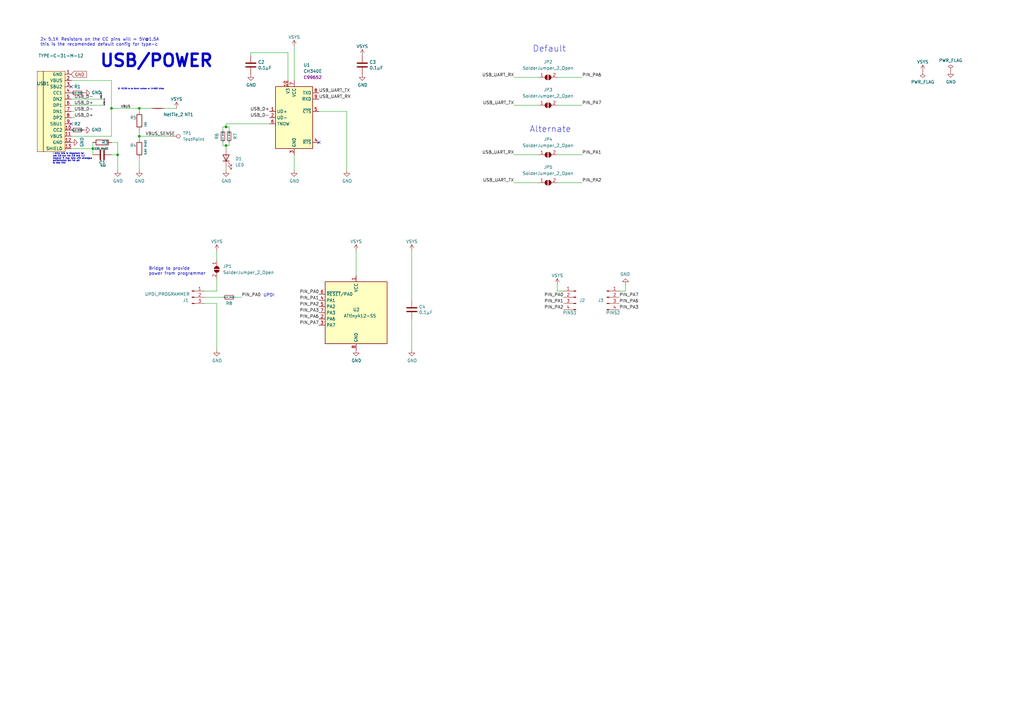
<source format=kicad_sch>
(kicad_sch (version 20211123) (generator eeschema)
  (paper "A3")
  (lib_symbols
    (symbol "Connector:Conn_01x03_Male" (pin_names (offset 1.016) hide)
      (property "Reference" "J" (at 0 5.08 0))
      (property "Value" "Conn_01x03_Male" (at 0 -5.08 0))
      (symbol "Conn_01x03_Male_1_1"
        (polyline (pts (xy 1.27 -2.54) (xy 0.8636 -2.54)) (stroke (width 0.1524)))
        (polyline (pts (xy 1.27 0) (xy 0.8636 0)) (stroke (width 0.1524)))
        (polyline (pts (xy 1.27 2.54) (xy 0.8636 2.54)) (stroke (width 0.1524)))
        (rectangle (start 0.8636 -2.413) (end 0 -2.667) (stroke (width 0.1524)) (fill (type outline)))
        (rectangle (start 0.8636 0.127) (end 0 -0.127) (stroke (width 0.1524)) (fill (type outline)))
        (rectangle (start 0.8636 2.667) (end 0 2.413) (stroke (width 0.1524)) (fill (type outline)))
        (pin passive line (at 5.08 2.54 180) (length 3.81) (name "Pin_1") (number "1"))
        (pin passive line (at 5.08 0 180) (length 3.81) (name "Pin_2") (number "2"))
        (pin passive line (at 5.08 -2.54 180) (length 3.81) (name "Pin_3") (number "3"))
      )
    )
    (symbol "Connector:Conn_01x04_Male" (pin_names (offset 1.016) hide)
      (property "Reference" "J" (at 0 5.08 0))
      (property "Value" "Conn_01x04_Male" (at 0 -7.62 0))
      (symbol "Conn_01x04_Male_1_1"
        (polyline (pts (xy 1.27 -5.08) (xy 0.8636 -5.08)) (stroke (width 0.1524)))
        (polyline (pts (xy 1.27 -2.54) (xy 0.8636 -2.54)) (stroke (width 0.1524)))
        (polyline (pts (xy 1.27 0) (xy 0.8636 0)) (stroke (width 0.1524)))
        (polyline (pts (xy 1.27 2.54) (xy 0.8636 2.54)) (stroke (width 0.1524)))
        (rectangle (start 0.8636 -4.953) (end 0 -5.207) (stroke (width 0.1524)) (fill (type outline)))
        (rectangle (start 0.8636 -2.413) (end 0 -2.667) (stroke (width 0.1524)) (fill (type outline)))
        (rectangle (start 0.8636 0.127) (end 0 -0.127) (stroke (width 0.1524)) (fill (type outline)))
        (rectangle (start 0.8636 2.667) (end 0 2.413) (stroke (width 0.1524)) (fill (type outline)))
        (pin passive line (at 5.08 2.54 180) (length 3.81) (name "Pin_1") (number "1"))
        (pin passive line (at 5.08 0 180) (length 3.81) (name "Pin_2") (number "2"))
        (pin passive line (at 5.08 -2.54 180) (length 3.81) (name "Pin_3") (number "3"))
        (pin passive line (at 5.08 -5.08 180) (length 3.81) (name "Pin_4") (number "4"))
      )
    )
    (symbol "Connector:TestPoint" (pin_numbers hide) (pin_names (offset 0.762) hide)
      (property "Reference" "TP" (at 0 6.858 0))
      (property "Value" "TestPoint" (at 0 5.08 0))
      (symbol "TestPoint_0_1"
        (circle (center 0 3.302) (radius 0.762))
      )
      (symbol "TestPoint_1_1"
        (pin passive line (at 0 0 90) (length 2.54) (name "1") (number "1"))
      )
    )
    (symbol "Device:C" (pin_numbers hide) (pin_names (offset 0.254))
      (property "Reference" "C" (at 0.635 2.54 0))
      (property "Value" "C" (at 0.635 -2.54 0))
      (symbol "C_0_1"
        (polyline (pts (xy -2.032 -0.762) (xy 2.032 -0.762)) (stroke (width 0.508)))
        (polyline (pts (xy -2.032 0.762) (xy 2.032 0.762)) (stroke (width 0.508)))
      )
      (symbol "C_1_1"
        (pin passive line (at 0 3.81 270) (length 2.794) (name "~") (number "1"))
        (pin passive line (at 0 -3.81 90) (length 2.794) (name "~") (number "2"))
      )
    )
    (symbol "Device:LED" (pin_numbers hide) (pin_names (offset 1.016) hide)
      (property "Reference" "D" (at 0 2.54 0))
      (property "Value" "LED" (at 0 -2.54 0))
      (symbol "LED_0_1"
        (polyline (pts (xy -1.27 -1.27) (xy -1.27 1.27)) (stroke (width 0.254)))
        (polyline (pts (xy -1.27 0) (xy 1.27 0)))
        (polyline (pts (xy 1.27 -1.27) (xy 1.27 1.27) (xy -1.27 0) (xy 1.27 -1.27)) (stroke (width 0.254)))
        (polyline (pts (xy -3.048 -0.762) (xy -4.572 -2.286) (xy -3.81 -2.286) (xy -4.572 -2.286) (xy -4.572 -1.524)))
        (polyline (pts (xy -1.778 -0.762) (xy -3.302 -2.286) (xy -2.54 -2.286) (xy -3.302 -2.286) (xy -3.302 -1.524)))
      )
      (symbol "LED_1_1"
        (pin passive line (at -3.81 0 0) (length 2.54) (name "K") (number "1"))
        (pin passive line (at 3.81 0 180) (length 2.54) (name "A") (number "2"))
      )
    )
    (symbol "Device:NetTie_2" (pin_numbers hide) (pin_names (offset 0) hide)
      (property "Reference" "NT" (at 0 1.27 0))
      (property "Value" "NetTie_2" (at 0 -1.27 0))
      (symbol "NetTie_2_0_1"
        (polyline (pts (xy -1.27 0) (xy 1.27 0)) (stroke (width 0.254)))
      )
      (symbol "NetTie_2_1_1"
        (pin passive line (at -2.54 0 0) (length 2.54) (name "1") (number "1"))
        (pin passive line (at 2.54 0 180) (length 2.54) (name "2") (number "2"))
      )
    )
    (symbol "Device:R" (pin_numbers hide) (pin_names (offset 0))
      (property "Reference" "R" (at 2.032 0 90))
      (property "Value" "R" (at 0 0 90))
      (symbol "R_0_1"
        (rectangle (start -1.016 -2.54) (end 1.016 2.54) (stroke (width 0.254)))
      )
      (symbol "R_1_1"
        (pin passive line (at 0 3.81 270) (length 1.27) (name "~") (number "1"))
        (pin passive line (at 0 -3.81 90) (length 1.27) (name "~") (number "2"))
      )
    )
    (symbol "Device:R_Small" (pin_numbers hide) (pin_names (offset 0.254) hide)
      (property "Reference" "R" (at 0.762 0.508 0))
      (property "Value" "R_Small" (at 0.762 -1.016 0))
      (symbol "R_Small_0_1"
        (rectangle (start -0.762 1.778) (end 0.762 -1.778) (stroke (width 0.2032)))
      )
      (symbol "R_Small_1_1"
        (pin passive line (at 0 2.54 270) (length 0.762) (name "~") (number "1"))
        (pin passive line (at 0 -2.54 90) (length 0.762) (name "~") (number "2"))
      )
    )
    (symbol "Jumper:SolderJumper_2_Open" (pin_names (offset 0) hide)
      (property "Reference" "JP" (at 0 2.032 0))
      (property "Value" "SolderJumper_2_Open" (at 0 -2.54 0))
      (symbol "SolderJumper_2_Open_0_1"
        (arc (start -0.254 1.016) (mid -1.27 0) (end -0.254 -1.016))
        (arc (start -0.254 1.016) (mid -1.27 0) (end -0.254 -1.016) (fill (type outline)))
        (polyline (pts (xy -0.254 1.016) (xy -0.254 -1.016)))
        (polyline (pts (xy 0.254 1.016) (xy 0.254 -1.016)))
        (arc (start 0.254 -1.016) (mid 1.27 0) (end 0.254 1.016))
        (arc (start 0.254 -1.016) (mid 1.27 0) (end 0.254 1.016) (fill (type outline)))
      )
      (symbol "SolderJumper_2_Open_1_1"
        (pin passive line (at -3.81 0 0) (length 2.54) (name "A") (number "1"))
        (pin passive line (at 3.81 0 180) (length 2.54) (name "B") (number "2"))
      )
    )
    (symbol "MCU_Microchip_ATtiny:ATtiny412-SS"
      (property "Reference" "U" (at -12.7 13.97 0))
      (property "Value" "ATtiny412-SS" (at 2.54 -13.97 0))
      (symbol "ATtiny412-SS_0_1"
        (rectangle (start -12.7 -12.7) (end 12.7 12.7) (stroke (width 0.254)) (fill (type background)))
      )
      (symbol "ATtiny412-SS_1_1"
        (pin power_in line (at 0 15.24 270) (length 2.54) (name "VCC") (number "1"))
        (pin bidirectional line (at 15.24 -2.54 180) (length 2.54) (name "PA6") (number "2"))
        (pin bidirectional line (at 15.24 -5.08 180) (length 2.54) (name "PA7") (number "3"))
        (pin bidirectional line (at 15.24 5.08 180) (length 2.54) (name "PA1") (number "4"))
        (pin bidirectional line (at 15.24 2.54 180) (length 2.54) (name "PA2") (number "5"))
        (pin bidirectional line (at 15.24 7.62 180) (length 2.54) (name "~{RESET}/PA0") (number "6"))
        (pin bidirectional line (at 15.24 0 180) (length 2.54) (name "PA3") (number "7"))
        (pin power_in line (at 0 -15.24 90) (length 2.54) (name "GND") (number "8"))
      )
    )
    (symbol "Type-C:HRO-TYPE-C-31-M-12" (pin_names (offset 1.016))
      (property "Reference" "USB" (at -5.08 16.51 0))
      (property "Value" "HRO-TYPE-C-31-M-12" (at -10.16 -1.27 90))
      (symbol "HRO-TYPE-C-31-M-12_0_1"
        (rectangle (start -11.43 15.24) (end -8.89 -17.78) (fill (type background)))
        (rectangle (start 0 -17.78) (end -8.89 15.24) (fill (type background)))
      )
      (symbol "HRO-TYPE-C-31-M-12_1_1"
        (pin input line (at 2.54 13.97 180) (length 2.54) (name "GND") (number "1"))
        (pin input line (at 2.54 -8.89 180) (length 2.54) (name "CC2") (number "10"))
        (pin input line (at 2.54 -11.43 180) (length 2.54) (name "VBUS") (number "11"))
        (pin input line (at 2.54 -13.97 180) (length 2.54) (name "GND") (number "12"))
        (pin input line (at 2.54 -16.51 180) (length 2.54) (name "SHIELD") (number "13"))
        (pin input line (at 2.54 11.43 180) (length 2.54) (name "VBUS") (number "2"))
        (pin input line (at 2.54 8.89 180) (length 2.54) (name "SBU2") (number "3"))
        (pin input line (at 2.54 6.35 180) (length 2.54) (name "CC1") (number "4"))
        (pin input line (at 2.54 3.81 180) (length 2.54) (name "DN2") (number "5"))
        (pin input line (at 2.54 1.27 180) (length 2.54) (name "DP1") (number "6"))
        (pin input line (at 2.54 -1.27 180) (length 2.54) (name "DN1") (number "7"))
        (pin input line (at 2.54 -3.81 180) (length 2.54) (name "DP2") (number "8"))
        (pin input line (at 2.54 -6.35 180) (length 2.54) (name "SBU1") (number "9"))
      )
    )
    (symbol "_my_kicad_library:CH340E"
      (property "Reference" "U" (at -5.08 13.97 0))
      (property "Value" "CH340E" (at 1.27 13.97 0))
      (property "LCSC" "C99652" (at 0 0 0))
      (symbol "CH340E_0_1"
        (rectangle (start -7.62 12.7) (end 7.62 -12.7) (stroke (width 0.254)) (fill (type background)))
      )
      (symbol "CH340E_1_1"
        (pin bidirectional line (at -10.16 2.54 0) (length 2.54) (name "UD+") (number "1"))
        (pin passive line (at -2.54 15.24 270) (length 2.54) (name "V3") (number "10"))
        (pin bidirectional line (at -10.16 0 0) (length 2.54) (name "UD-") (number "2"))
        (pin power_in line (at 0 -15.24 90) (length 2.54) (name "GND") (number "3"))
        (pin output line (at 10.16 -10.16 180) (length 2.54) (name "~{RTS}") (number "4"))
        (pin input line (at 10.16 2.54 180) (length 2.54) (name "~{CTS}") (number "5"))
        (pin output line (at -10.16 -2.54 0) (length 2.54) (name "TNOW") (number "6"))
        (pin power_in line (at 0 15.24 270) (length 2.54) (name "VCC") (number "7"))
        (pin output line (at 10.16 10.16 180) (length 2.54) (name "TXD") (number "8"))
        (pin input line (at 10.16 7.62 180) (length 2.54) (name "RXD") (number "9"))
      )
    )
    (symbol "_my_kicad_library:VSYS" (power) (pin_names (offset 0))
      (property "Value" "VSYS" (at 0 3.81 0))
      (symbol "VSYS_0_1"
        (polyline (pts (xy -0.762 1.27) (xy 0 2.54)))
        (polyline (pts (xy 0 0) (xy 0 2.54)))
        (polyline (pts (xy 0 2.54) (xy 0.762 1.27)))
      )
      (symbol "VSYS_1_1"
        (pin power_in line (at 0 0 90) (length 0) hide (name "VSYS") (number "1"))
      )
    )
    (symbol "power:GND" (power) (pin_names (offset 0))
      (property "Value" "GND" (at 0 -3.81 0))
      (symbol "GND_0_1"
        (polyline (pts (xy 0 0) (xy 0 -1.27) (xy 1.27 -1.27) (xy 0 -2.54) (xy -1.27 -1.27) (xy 0 -1.27)))
      )
      (symbol "GND_1_1"
        (pin power_in line (at 0 0 270) (length 0) hide (name "GND") (number "1"))
      )
    )
    (symbol "power:PWR_FLAG" (power) (pin_numbers hide) (pin_names (offset 0) hide)
      (property "Value" "PWR_FLAG" (at 0 3.81 0))
      (symbol "PWR_FLAG_0_0"
        (pin power_out line (at 0 0 90) (length 0) (name "pwr") (number "1"))
      )
      (symbol "PWR_FLAG_0_1"
        (polyline (pts (xy 0 0) (xy 0 1.27) (xy -1.016 1.905) (xy 0 2.54) (xy 1.016 1.905) (xy 0 1.27)))
      )
    )
  )
  (junction (at 57.15 44.45))
  (junction (at 38.1 60.96))
  (junction (at 57.15 55.88))
  (junction (at 45.72 44.45))
  (junction (at 92.71 59.69))
  (junction (at 92.71 52.07))
  (junction (at 48.26 63.5))
  (no_connect (at 29.21 50.8))
  (no_connect (at 130.81 58.42))
  (no_connect (at 29.21 35.56))
  (wire (pts (xy 29.21 45.72) (xy 30.48 45.72)))
  (wire (pts (xy 92.71 52.07) (xy 93.98 52.07)))
  (wire (pts (xy 120.65 19.05) (xy 120.65 33.02)))
  (wire (pts (xy 88.9 119.38) (xy 88.9 114.3)))
  (wire (pts (xy 142.24 45.72) (xy 142.24 69.85)))
  (wire (pts (xy 57.15 53.34) (xy 57.15 55.88)))
  (wire (pts (xy 130.81 45.72) (xy 142.24 45.72)))
  (wire (pts (xy 45.72 55.88) (xy 29.21 55.88)))
  (wire (pts (xy 88.9 124.46) (xy 83.82 124.46)))
  (wire (pts (xy 91.44 53.34) (xy 91.44 52.07)))
  (wire (pts (xy 93.98 58.42) (xy 93.98 59.69)))
  (wire (pts (xy 48.26 63.5) (xy 48.26 69.85)))
  (wire (pts (xy 91.44 59.69) (xy 92.71 59.69)))
  (wire (pts (xy 92.71 59.69) (xy 92.71 60.96)))
  (wire (pts (xy 238.76 74.93) (xy 228.6 74.93)))
  (wire (pts (xy 228.6 31.75) (xy 238.76 31.75)))
  (wire (pts (xy 92.71 50.8) (xy 92.71 52.07)))
  (wire (pts (xy 92.71 50.8) (xy 110.49 50.8)))
  (wire (pts (xy 29.21 48.26) (xy 30.48 48.26)))
  (wire (pts (xy 210.82 63.5) (xy 220.98 63.5)))
  (wire (pts (xy 238.76 63.5) (xy 228.6 63.5)))
  (wire (pts (xy 238.76 43.18) (xy 228.6 43.18)))
  (wire (pts (xy 67.31 44.45) (xy 72.39 44.45)))
  (wire (pts (xy 210.82 31.75) (xy 220.98 31.75)))
  (wire (pts (xy 38.1 60.96) (xy 38.1 63.5)))
  (wire (pts (xy 96.52 121.92) (xy 99.06 121.92)))
  (wire (pts (xy 57.15 44.45) (xy 57.15 45.72)))
  (wire (pts (xy 146.05 102.87) (xy 146.05 113.03)))
  (wire (pts (xy 92.71 69.85) (xy 92.71 68.58)))
  (wire (pts (xy 210.82 74.93) (xy 220.98 74.93)))
  (wire (pts (xy 228.6 119.38) (xy 231.14 119.38)))
  (wire (pts (xy 88.9 143.51) (xy 88.9 124.46)))
  (wire (pts (xy 48.26 58.42) (xy 48.26 63.5)))
  (wire (pts (xy 210.82 43.18) (xy 220.98 43.18)))
  (wire (pts (xy 45.72 33.02) (xy 45.72 44.45)))
  (wire (pts (xy 228.6 116.84) (xy 228.6 119.38)))
  (wire (pts (xy 83.82 119.38) (xy 88.9 119.38)))
  (wire (pts (xy 102.87 22.86) (xy 102.87 21.59)))
  (wire (pts (xy 256.54 116.84) (xy 256.54 119.38)))
  (wire (pts (xy 93.98 59.69) (xy 92.71 59.69)))
  (wire (pts (xy 91.44 52.07) (xy 92.71 52.07)))
  (wire (pts (xy 91.44 58.42) (xy 91.44 59.69)))
  (wire (pts (xy 83.82 121.92) (xy 91.44 121.92)))
  (wire (pts (xy 120.65 69.85) (xy 120.65 63.5)))
  (wire (pts (xy 57.15 69.85) (xy 57.15 64.77)))
  (wire (pts (xy 38.1 60.96) (xy 38.1 58.42)))
  (wire (pts (xy 118.11 21.59) (xy 118.11 33.02)))
  (wire (pts (xy 102.87 21.59) (xy 118.11 21.59)))
  (wire (pts (xy 29.21 43.18) (xy 43.18 43.18)))
  (wire (pts (xy 45.72 44.45) (xy 45.72 55.88)))
  (wire (pts (xy 45.72 63.5) (xy 48.26 63.5)))
  (wire (pts (xy 88.9 102.87) (xy 88.9 106.68)))
  (wire (pts (xy 45.72 44.45) (xy 57.15 44.45)))
  (wire (pts (xy 168.91 123.19) (xy 168.91 102.87)))
  (wire (pts (xy 29.21 33.02) (xy 45.72 33.02)))
  (wire (pts (xy 93.98 53.34) (xy 93.98 52.07)))
  (wire (pts (xy 57.15 44.45) (xy 62.23 44.45)))
  (wire (pts (xy 57.15 55.88) (xy 57.15 57.15)))
  (wire (pts (xy 29.21 40.64) (xy 41.91 40.64)))
  (wire (pts (xy 45.72 58.42) (xy 48.26 58.42)))
  (wire (pts (xy 168.91 143.51) (xy 168.91 130.81)))
  (wire (pts (xy 29.21 60.96) (xy 38.1 60.96)))
  (wire (pts (xy 256.54 119.38) (xy 254 119.38)))
  (wire (pts (xy 57.15 55.88) (xy 69.85 55.88)))
  (text "2x 5.1K Resistors on the CC pins will = 5V@1.5A\nthis is the recomended default config for type-c" (at 16.51 19.05 0) (effects (font (size 1.27 1.27)) (justify left bottom)))
  (text "Alternate" (at 217.17 54.61 0) (effects (font (size 2.54 2.54)) (justify left bottom)))
  (text "Default" (at 218.44 21.59 0) (effects (font (size 2.54 2.54)) (justify left bottom)))
  (text "I think this is important for \nusb 3.0 but not 2.0 and 1.1\nhowever it may help with analogue\nperformance but ive yet\nto test this" (at 21.59 67.31 0) (effects (font (size 0.6 0.6)) (justify left bottom)))
  (text "UPDI" (at 107.95 121.92 0) (effects (font (size 1.27 1.27)) (justify left bottom)))
  (text "Bridge to provide\npower from programmer" (at 60.96 113.03 0) (effects (font (size 1.27 1.27)) (justify left bottom)))
  (text "D1 NEEDS to be 0omh resistor or 1N4002 diode" (at 48.26 36.83 0) (effects (font (size 0.508 0.508)) (justify left bottom)))
  (text "USB/POWER" (at 40.64 27.94 0) (effects (font (size 5.0038 5.0038) (thickness 1.0008) bold) (justify left bottom)))
  (label "PIN_PA0" (at 130.81 120.65 180))
  (label "PIN_PA6" (at 254 124.46 0))
  (label "PIN_PA7" (at 130.81 133.35 180))
  (label "USB_D+" (at 43.18 43.18 90) (effects (font (size 0.508 0.508))))
  (label "USB_UART_TX" (at 210.82 43.18 180))
  (label "USB_UART_RX" (at 210.82 31.75 180))
  (label "PIN_PA3" (at 254 127 0))
  (label "PIN_PA1" (at 231.14 124.46 180))
  (label "PIN_PA2" (at 231.14 127 180))
  (label "PIN_PA6" (at 130.81 130.81 180))
  (label "PIN_PA2" (at 130.81 125.73 180))
  (label "USB_D-" (at 110.49 48.26 180))
  (label "PIN_PA7" (at 254 121.92 0))
  (label "USB_UART_RX" (at 210.82 63.5 180))
  (label "PIN_PA1" (at 130.81 123.19 180))
  (label "PIN_PA2" (at 238.76 74.93 0))
  (label "PIN_PA0" (at 99.06 121.92 0))
  (label "USB_D+" (at 30.48 43.18 0))
  (label "USB_D-" (at 30.48 45.72 0))
  (label "USB_D-" (at 30.48 40.64 0))
  (label "USB_D+" (at 110.49 45.72 180))
  (label "VBUS" (at 49.53 44.45 0) (effects (font (size 0.9906 0.9906))))
  (label "PIN_PA1" (at 238.76 63.5 0))
  (label "PIN_PA0" (at 231.14 121.92 180))
  (label "VBUS_SENSE" (at 59.69 55.88 0))
  (label "USB_D+" (at 30.48 48.26 0))
  (label "USB_UART_TX" (at 130.81 38.1 0))
  (label "PIN_PA6" (at 238.76 31.75 0))
  (label "USB_UART_RX" (at 130.81 40.64 0))
  (label "PIN_PA3" (at 130.81 128.27 180))
  (label "USB_UART_TX" (at 210.82 74.93 180))
  (label "PIN_PA7" (at 238.76 43.18 0))
  (label "USB_D-" (at 41.91 40.64 90) (effects (font (size 0.508 0.508))))
  (global_label "GND" (shape input) (at 29.21 30.48 0) (property "Intersheet References" "${INTERSHEET_REFS}" (effects hide)))
  (symbol (lib_id "_my_kicad_library:VSYS") (at 148.59 22.86 0) (unit 1)
    (property "Reference" "#PWR016" (effects hide))
    (property "Value" "VSYS" (at 148.59 19.05 0))
  )
  (symbol (lib_id "Device:R_Small") (at 93.98 121.92 90) (unit 1)
    (property "Reference" "R8" (at 93.98 124.46 90))
    (property "Value" "5.1K 0402" (at 93.98 121.92 90) (effects (font (size 0.508 0.508))))
    (property "Footprint" "Resistor_SMD:R_0402_1005Metric" (effects hide))
    (property "LCSC" "C25941" (effects hide))
  )
  (symbol (lib_id "MCU_Microchip_ATtiny:ATtiny412-SS") (at 146.05 128.27 0) (mirror y) (unit 1)
    (property "Reference" "U2" (at 144.78 127 0) (effects (justify right)))
    (property "Value" "ATtiny412-SS" (at 140.97 129.54 0) (effects (justify right)))
    (property "Footprint" "Package_SO:SOIC-8_3.9x4.9mm_P1.27mm" (effects hide))
    (property "Datasheet" "http://ww1.microchip.com/downloads/en/DeviceDoc/40001911A.pdf" (effects hide))
  )
  (symbol (lib_id "power:PWR_FLAG") (at 389.89 29.21 0) (unit 1)
    (property "Reference" "#FLG02" (effects hide))
    (property "Value" "PWR_FLAG" (at 389.89 24.7904 0))
  )
  (symbol (lib_id "Connector:Conn_01x03_Male") (at 78.74 121.92 0) (unit 1)
    (property "Reference" "J1" (at 76.2 123.19 0))
    (property "Value" "UPDI_PROGRAMMER" (at 68.58 120.65 0))
    (property "Footprint" "Connector_PinHeader_2.54mm:PinHeader_1x03_P2.54mm_Vertical" (effects hide))
  )
  (symbol (lib_id "power:GND") (at 389.89 29.21 0) (unit 1)
    (property "Reference" "#PWR023" (effects hide))
    (property "Value" "GND" (at 390.017 33.6042 0))
  )
  (symbol (lib_id "Device:R") (at 57.15 49.53 0) (unit 1)
    (property "Reference" "R5" (at 53.34 48.26 0) (effects (justify left)))
    (property "Value" "10k" (at 59.69 52.07 90) (effects (font (size 0.762 0.762)) (justify left)))
    (property "Footprint" "Resistor_SMD:R_0402_1005Metric" (effects hide))
    (property "LCSC" "C2906885" (effects hide))
  )
  (symbol (lib_id "_my_kicad_library:VSYS") (at 72.39 44.45 0) (unit 1)
    (property "Reference" "#PWR06" (effects hide))
    (property "Value" "VSYS" (at 72.39 40.64 0))
  )
  (symbol (lib_id "power:GND") (at 256.54 116.84 180) (unit 1)
    (property "Reference" "#PWR021" (effects hide))
    (property "Value" "GND" (at 256.413 112.4458 0))
  )
  (symbol (lib_id "power:GND") (at 102.87 30.48 0) (unit 1)
    (property "Reference" "#PWR010" (effects hide))
    (property "Value" "GND" (at 102.997 34.8742 0))
  )
  (symbol (lib_id "power:GND") (at 92.71 69.85 0) (unit 1)
    (property "Reference" "#PWR09" (effects hide))
    (property "Value" "GND" (at 92.837 74.2442 0))
  )
  (symbol (lib_id "power:GND") (at 29.21 58.42 90) (unit 1)
    (property "Reference" "#PWR01" (effects hide))
    (property "Value" "GND" (at 33.6042 58.293 0))
  )
  (symbol (lib_id "power:GND") (at 168.91 143.51 0) (unit 1)
    (property "Reference" "#PWR019" (effects hide))
    (property "Value" "GND" (at 169.037 147.9042 0))
  )
  (symbol (lib_id "_my_kicad_library:VSYS") (at 168.91 102.87 0) (unit 1)
    (property "Reference" "#PWR018" (effects hide))
    (property "Value" "VSYS" (at 168.91 99.06 0))
  )
  (symbol (lib_id "power:GND") (at 88.9 143.51 0) (unit 1)
    (property "Reference" "#PWR08" (effects hide))
    (property "Value" "GND" (at 89.027 147.9042 0))
  )
  (symbol (lib_id "Type-C:HRO-TYPE-C-31-M-12") (at 26.67 44.45 0) (unit 1)
    (property "Reference" "USB1" (at 20.32 34.29 0) (effects (justify right)))
    (property "Value" "TYPE-C-31-M-12" (at 34.29 22.86 0) (effects (justify right)))
    (property "Footprint" "HRO:HRO-TYPE-C-31-M-12" (effects hide))
    (property "LCSC" "C165948" (effects hide))
  )
  (symbol (lib_id "power:GND") (at 34.29 53.34 90) (unit 1)
    (property "Reference" "#PWR03" (effects hide))
    (property "Value" "GND" (at 37.5412 53.213 90) (effects (justify right)))
  )
  (symbol (lib_id "_my_kicad_library:VSYS") (at 146.05 102.87 0) (unit 1)
    (property "Reference" "#PWR014" (effects hide))
    (property "Value" "VSYS" (at 146.05 99.06 0))
  )
  (symbol (lib_id "Device:R") (at 41.91 58.42 90) (unit 1)
    (property "Reference" "R3" (at 44.45 58.42 90) (effects (justify left)))
    (property "Value" "220 0402" (at 44.45 60.96 90) (effects (font (size 0.762 0.762)) (justify left)))
    (property "Footprint" "Resistor_SMD:R_0402_1005Metric" (effects hide))
    (property "LCSC" "C25091" (effects hide))
  )
  (symbol (lib_id "_my_kicad_library:CH340E") (at 120.65 48.26 0) (unit 1)
    (property "Reference" "U1" (at 124.46 26.67 0) (effects (justify left)))
    (property "Value" "CH340E" (at 124.46 29.21 0) (effects (justify left)))
    (property "Footprint" "Package_SO:MSOP-10_3x3mm_P0.5mm" (effects hide))
    (property "Datasheet" "https://www.mpja.com/download/35227cpdata.pdf" (effects hide))
    (property "LCSC" "C99652" (at 124.46 31.75 0) (effects (justify left)))
  )
  (symbol (lib_id "Device:C") (at 102.87 26.67 0) (unit 1)
    (property "Reference" "C2" (at 105.791 25.5016 0) (effects (justify left)))
    (property "Value" "0.1μF" (at 105.791 27.813 0) (effects (justify left)))
    (property "Footprint" "Capacitor_SMD:C_0603_1608Metric" (effects hide))
    (property "LCSC" "C14663" (effects hide))
  )
  (symbol (lib_id "Device:R_Small") (at 91.44 55.88 0) (unit 1)
    (property "Reference" "R6" (at 88.9 55.88 90))
    (property "Value" "5.1K 0402" (at 91.44 55.88 90) (effects (font (size 0.508 0.508))))
    (property "Footprint" "Resistor_SMD:R_0402_1005Metric" (effects hide))
    (property "LCSC" "C25941" (effects hide))
  )
  (symbol (lib_id "Device:R_Small") (at 93.98 55.88 180) (unit 1)
    (property "Reference" "R7" (at 96.52 55.88 90))
    (property "Value" "5.1K 0402" (at 93.98 55.88 90) (effects (font (size 0.508 0.508))))
    (property "Footprint" "Resistor_SMD:R_0402_1005Metric" (effects hide))
    (property "LCSC" "C25941" (effects hide))
  )
  (symbol (lib_id "Device:R") (at 57.15 60.96 0) (unit 1)
    (property "Reference" "R4" (at 53.34 59.69 0) (effects (justify left)))
    (property "Value" "5.6K 0402" (at 59.69 63.5 90) (effects (font (size 0.762 0.762)) (justify left)))
    (property "Footprint" "Resistor_SMD:R_0402_1005Metric" (effects hide))
    (property "LCSC" "C25908" (effects hide))
  )
  (symbol (lib_id "Connector:Conn_01x04_Male") (at 248.92 121.92 0) (unit 1)
    (property "Reference" "J3" (at 246.38 123.19 0))
    (property "Value" "PINS2" (at 251.46 128.27 0))
    (property "Footprint" "Connector_PinHeader_2.54mm:PinHeader_1x04_P2.54mm_Vertical" (effects hide))
  )
  (symbol (lib_id "power:PWR_FLAG") (at 378.46 29.21 180) (unit 1)
    (property "Reference" "#FLG01" (effects hide))
    (property "Value" "PWR_FLAG" (at 378.46 33.6296 0))
  )
  (symbol (lib_id "_my_kicad_library:VSYS") (at 228.6 116.84 0) (unit 1)
    (property "Reference" "#PWR020" (effects hide))
    (property "Value" "VSYS" (at 228.6 113.03 0))
  )
  (symbol (lib_id "_my_kicad_library:VSYS") (at 120.65 19.05 0) (unit 1)
    (property "Reference" "#PWR011" (effects hide))
    (property "Value" "VSYS" (at 120.65 15.24 0))
  )
  (symbol (lib_id "_my_kicad_library:VSYS") (at 88.9 102.87 0) (unit 1)
    (property "Reference" "#PWR07" (effects hide))
    (property "Value" "VSYS" (at 88.9 99.06 0))
  )
  (symbol (lib_id "power:GND") (at 48.26 69.85 0) (unit 1)
    (property "Reference" "#PWR04" (effects hide))
    (property "Value" "GND" (at 48.387 74.2442 0))
  )
  (symbol (lib_id "Device:R_Small") (at 31.75 53.34 270) (unit 1)
    (property "Reference" "R2" (at 31.75 50.8 90))
    (property "Value" "5.1K 0402" (at 31.75 53.34 90) (effects (font (size 0.508 0.508))))
    (property "Footprint" "Resistor_SMD:R_0402_1005Metric" (effects hide))
    (property "LCSC" "C25941" (effects hide))
  )
  (symbol (lib_id "power:GND") (at 34.29 38.1 90) (unit 1)
    (property "Reference" "#PWR02" (effects hide))
    (property "Value" "GND" (at 37.5412 37.973 90) (effects (justify right)))
  )
  (symbol (lib_id "Device:NetTie_2") (at 64.77 44.45 0) (unit 1)
    (property "Reference" "NT1" (at 77.47 46.99 0))
    (property "Value" "NetTie_2" (at 71.12 46.99 0))
    (property "Footprint" "NetTie:NetTie-2_SMD_Pad0.5mm" (effects hide))
  )
  (symbol (lib_id "Jumper:SolderJumper_2_Open") (at 224.79 31.75 0) (unit 1)
    (property "Reference" "JP2" (at 224.79 25.4 0))
    (property "Value" "SolderJumper_2_Open" (at 224.79 27.94 0))
    (property "Footprint" "Jumper:SolderJumper-2_P1.3mm_Open_Pad1.0x1.5mm" (effects hide))
  )
  (symbol (lib_id "Jumper:SolderJumper_2_Open") (at 224.79 43.18 0) (unit 1)
    (property "Reference" "JP3" (at 224.79 36.83 0))
    (property "Value" "SolderJumper_2_Open" (at 224.79 39.37 0))
    (property "Footprint" "Jumper:SolderJumper-2_P1.3mm_Open_Pad1.0x1.5mm" (effects hide))
  )
  (symbol (lib_id "Jumper:SolderJumper_2_Open") (at 88.9 110.49 270) (unit 1)
    (property "Reference" "JP1" (at 91.44 109.2199 90) (effects (justify left)))
    (property "Value" "SolderJumper_2_Open" (at 91.44 111.7599 90) (effects (justify left)))
    (property "Footprint" "Jumper:SolderJumper-2_P1.3mm_Open_Pad1.0x1.5mm" (effects hide))
  )
  (symbol (lib_id "Device:R_Small") (at 31.75 38.1 270) (unit 1)
    (property "Reference" "R1" (at 31.75 35.56 90))
    (property "Value" "5.1K 0402" (at 31.75 38.1 90) (effects (font (size 0.508 0.508))))
    (property "Footprint" "Resistor_SMD:R_0402_1005Metric" (effects hide))
    (property "LCSC" "C25941" (effects hide))
  )
  (symbol (lib_id "Jumper:SolderJumper_2_Open") (at 224.79 63.5 0) (unit 1)
    (property "Reference" "JP4" (at 224.79 57.15 0))
    (property "Value" "SolderJumper_2_Open" (at 224.79 59.69 0))
    (property "Footprint" "Jumper:SolderJumper-2_P1.3mm_Open_Pad1.0x1.5mm" (effects hide))
  )
  (symbol (lib_id "Connector:Conn_01x04_Male") (at 236.22 121.92 0) (mirror y) (unit 1)
    (property "Reference" "J2" (at 238.76 123.19 0))
    (property "Value" "PINS1" (at 233.68 128.27 0))
    (property "Footprint" "Connector_PinHeader_2.54mm:PinHeader_1x04_P2.54mm_Vertical" (effects hide))
  )
  (symbol (lib_id "Device:C") (at 168.91 127 0) (unit 1)
    (property "Reference" "C4" (at 171.831 125.8316 0) (effects (justify left)))
    (property "Value" "0.1μF" (at 171.831 128.143 0) (effects (justify left)))
    (property "Footprint" "Capacitor_SMD:C_0603_1608Metric" (effects hide))
    (property "LCSC" "C14663" (effects hide))
  )
  (symbol (lib_id "power:GND") (at 148.59 30.48 0) (unit 1)
    (property "Reference" "#PWR017" (effects hide))
    (property "Value" "GND" (at 148.717 34.8742 0))
  )
  (symbol (lib_id "power:GND") (at 57.15 69.85 0) (unit 1)
    (property "Reference" "#PWR05" (effects hide))
    (property "Value" "GND" (at 57.277 74.2442 0))
  )
  (symbol (lib_id "Connector:TestPoint") (at 69.85 55.88 270) (unit 1)
    (property "Reference" "TP1" (at 74.93 54.6099 90) (effects (justify left)))
    (property "Value" "TestPoint" (at 74.93 57.1499 90) (effects (justify left)))
    (property "Footprint" "mine:TestPoint_Pad_1.0x1.0mm" (effects hide))
  )
  (symbol (lib_id "power:GND") (at 142.24 69.85 0) (unit 1)
    (property "Reference" "#PWR013" (effects hide))
    (property "Value" "GND" (at 142.367 74.2442 0))
  )
  (symbol (lib_id "power:GND") (at 120.65 69.85 0) (unit 1)
    (property "Reference" "#PWR012" (effects hide))
    (property "Value" "GND" (at 120.777 74.2442 0))
  )
  (symbol (lib_id "power:GND") (at 146.05 143.51 0) (unit 1)
    (property "Reference" "#PWR015" (effects hide))
    (property "Value" "GND" (at 146.177 147.9042 0))
  )
  (symbol (lib_id "Jumper:SolderJumper_2_Open") (at 224.79 74.93 0) (unit 1)
    (property "Reference" "JP5" (at 224.79 68.58 0))
    (property "Value" "SolderJumper_2_Open" (at 224.79 71.12 0))
    (property "Footprint" "Jumper:SolderJumper-2_P1.3mm_Open_Pad1.0x1.5mm" (effects hide))
  )
  (symbol (lib_id "Device:LED") (at 92.71 64.77 90) (unit 1)
    (property "Reference" "D1" (at 96.52 65.0874 90) (effects (justify right)))
    (property "Value" "LED" (at 96.52 67.6274 90) (effects (justify right)))
    (property "Footprint" "LED_SMD:LED_0603_1608Metric" (effects hide))
    (property "LCSC" "C2286" (effects hide))
  )
  (symbol (lib_id "Device:C") (at 41.91 63.5 270) (unit 1)
    (property "Reference" "C1" (at 40.64 66.675 90) (effects (justify left)))
    (property "Value" "0.1μF" (at 41.275 67.945 90) (effects (font (size 0.508 0.508)) (justify left)))
    (property "Footprint" "Capacitor_SMD:C_0603_1608Metric" (effects hide))
    (property "LCSC" "C14663" (effects hide))
  )
  (symbol (lib_id "_my_kicad_library:VSYS") (at 378.46 29.21 0) (unit 1)
    (property "Reference" "#PWR022" (effects hide))
    (property "Value" "VSYS" (at 378.46 25.4 0))
  )
  (symbol (lib_id "Device:C") (at 148.59 26.67 0) (unit 1)
    (property "Reference" "C3" (at 151.511 25.5016 0) (effects (justify left)))
    (property "Value" "0.1μF" (at 151.511 27.813 0) (effects (justify left)))
    (property "Footprint" "Capacitor_SMD:C_0603_1608Metric" (effects hide))
    (property "LCSC" "C14663" (effects hide))
  )
)
</source>
